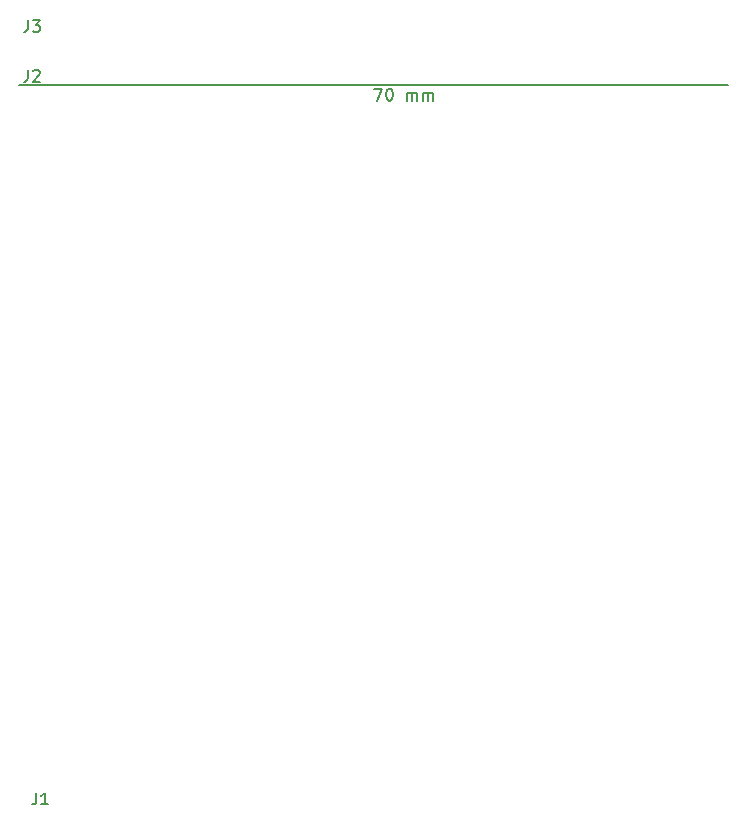
<source format=gto>
G04 #@! TF.GenerationSoftware,KiCad,Pcbnew,5.1.10*
G04 #@! TF.CreationDate,2021-06-22T10:21:35-06:00*
G04 #@! TF.ProjectId,dev_cart_pcb,6465765f-6361-4727-945f-7063622e6b69,rev?*
G04 #@! TF.SameCoordinates,Original*
G04 #@! TF.FileFunction,Legend,Top*
G04 #@! TF.FilePolarity,Positive*
%FSLAX46Y46*%
G04 Gerber Fmt 4.6, Leading zero omitted, Abs format (unit mm)*
G04 Created by KiCad (PCBNEW 5.1.10) date 2021-06-22 10:21:35*
%MOMM*%
%LPD*%
G01*
G04 APERTURE LIST*
%ADD10C,0.200000*%
%ADD11C,0.150000*%
%ADD12C,0.100000*%
%ADD13C,1.524000*%
G04 APERTURE END LIST*
D10*
X72600000Y-51300000D02*
X132600000Y-51300000D01*
D11*
X102676190Y-51652380D02*
X103342857Y-51652380D01*
X102914285Y-52652380D01*
X103914285Y-51652380D02*
X104009523Y-51652380D01*
X104104761Y-51700000D01*
X104152380Y-51747619D01*
X104200000Y-51842857D01*
X104247619Y-52033333D01*
X104247619Y-52271428D01*
X104200000Y-52461904D01*
X104152380Y-52557142D01*
X104104761Y-52604761D01*
X104009523Y-52652380D01*
X103914285Y-52652380D01*
X103819047Y-52604761D01*
X103771428Y-52557142D01*
X103723809Y-52461904D01*
X103676190Y-52271428D01*
X103676190Y-52033333D01*
X103723809Y-51842857D01*
X103771428Y-51747619D01*
X103819047Y-51700000D01*
X103914285Y-51652380D01*
X105438095Y-52652380D02*
X105438095Y-51985714D01*
X105438095Y-52080952D02*
X105485714Y-52033333D01*
X105580952Y-51985714D01*
X105723809Y-51985714D01*
X105819047Y-52033333D01*
X105866666Y-52128571D01*
X105866666Y-52652380D01*
X105866666Y-52128571D02*
X105914285Y-52033333D01*
X106009523Y-51985714D01*
X106152380Y-51985714D01*
X106247619Y-52033333D01*
X106295238Y-52128571D01*
X106295238Y-52652380D01*
X106771428Y-52652380D02*
X106771428Y-51985714D01*
X106771428Y-52080952D02*
X106819047Y-52033333D01*
X106914285Y-51985714D01*
X107057142Y-51985714D01*
X107152380Y-52033333D01*
X107200000Y-52128571D01*
X107200000Y-52652380D01*
X107200000Y-52128571D02*
X107247619Y-52033333D01*
X107342857Y-51985714D01*
X107485714Y-51985714D01*
X107580952Y-52033333D01*
X107628571Y-52128571D01*
X107628571Y-52652380D01*
X74066666Y-111252380D02*
X74066666Y-111966666D01*
X74019047Y-112109523D01*
X73923809Y-112204761D01*
X73780952Y-112252380D01*
X73685714Y-112252380D01*
X75066666Y-112252380D02*
X74495238Y-112252380D01*
X74780952Y-112252380D02*
X74780952Y-111252380D01*
X74685714Y-111395238D01*
X74590476Y-111490476D01*
X74495238Y-111538095D01*
D10*
X73366666Y-45852380D02*
X73366666Y-46566666D01*
X73319047Y-46709523D01*
X73223809Y-46804761D01*
X73080952Y-46852380D01*
X72985714Y-46852380D01*
X73747619Y-45852380D02*
X74366666Y-45852380D01*
X74033333Y-46233333D01*
X74176190Y-46233333D01*
X74271428Y-46280952D01*
X74319047Y-46328571D01*
X74366666Y-46423809D01*
X74366666Y-46661904D01*
X74319047Y-46757142D01*
X74271428Y-46804761D01*
X74176190Y-46852380D01*
X73890476Y-46852380D01*
X73795238Y-46804761D01*
X73747619Y-46757142D01*
X73366666Y-50052380D02*
X73366666Y-50766666D01*
X73319047Y-50909523D01*
X73223809Y-51004761D01*
X73080952Y-51052380D01*
X72985714Y-51052380D01*
X73795238Y-50147619D02*
X73842857Y-50100000D01*
X73938095Y-50052380D01*
X74176190Y-50052380D01*
X74271428Y-50100000D01*
X74319047Y-50147619D01*
X74366666Y-50242857D01*
X74366666Y-50338095D01*
X74319047Y-50480952D01*
X73747619Y-51052380D01*
X74366666Y-51052380D01*
%LPC*%
D12*
G36*
X92059755Y-111498961D02*
G01*
X92069134Y-111501806D01*
X92077779Y-111506427D01*
X92085355Y-111512645D01*
X92091573Y-111520221D01*
X92096194Y-111528866D01*
X92099039Y-111538245D01*
X92100000Y-111548000D01*
X92100000Y-115448000D01*
X92099039Y-115457755D01*
X92096194Y-115467134D01*
X92091573Y-115475779D01*
X92085355Y-115483355D01*
X92077779Y-115489573D01*
X92069134Y-115494194D01*
X92059755Y-115497039D01*
X92050000Y-115498000D01*
X90650000Y-115498000D01*
X90640245Y-115497039D01*
X90630866Y-115494194D01*
X90622221Y-115489573D01*
X90614645Y-115483355D01*
X90608427Y-115475779D01*
X90603806Y-115467134D01*
X90600961Y-115457755D01*
X90600000Y-115448000D01*
X90600000Y-111548000D01*
X90600961Y-111538245D01*
X90603806Y-111528866D01*
X90608427Y-111520221D01*
X90614645Y-111512645D01*
X90622221Y-111506427D01*
X90630866Y-111501806D01*
X90640245Y-111498961D01*
X90650000Y-111498000D01*
X92050000Y-111498000D01*
X92059755Y-111498961D01*
G37*
G36*
X79559755Y-111498961D02*
G01*
X79569134Y-111501806D01*
X79577779Y-111506427D01*
X79585355Y-111512645D01*
X79591573Y-111520221D01*
X79596194Y-111528866D01*
X79599039Y-111538245D01*
X79600000Y-111548000D01*
X79600000Y-115448000D01*
X79599039Y-115457755D01*
X79596194Y-115467134D01*
X79591573Y-115475779D01*
X79585355Y-115483355D01*
X79577779Y-115489573D01*
X79569134Y-115494194D01*
X79559755Y-115497039D01*
X79550000Y-115498000D01*
X78150000Y-115498000D01*
X78140245Y-115497039D01*
X78130866Y-115494194D01*
X78122221Y-115489573D01*
X78114645Y-115483355D01*
X78108427Y-115475779D01*
X78103806Y-115467134D01*
X78100961Y-115457755D01*
X78100000Y-115448000D01*
X78100000Y-111548000D01*
X78100961Y-111538245D01*
X78103806Y-111528866D01*
X78108427Y-111520221D01*
X78114645Y-111512645D01*
X78122221Y-111506427D01*
X78130866Y-111501806D01*
X78140245Y-111498961D01*
X78150000Y-111498000D01*
X79550000Y-111498000D01*
X79559755Y-111498961D01*
G37*
G36*
X99559755Y-111498961D02*
G01*
X99569134Y-111501806D01*
X99577779Y-111506427D01*
X99585355Y-111512645D01*
X99591573Y-111520221D01*
X99596194Y-111528866D01*
X99599039Y-111538245D01*
X99600000Y-111548000D01*
X99600000Y-115448000D01*
X99599039Y-115457755D01*
X99596194Y-115467134D01*
X99591573Y-115475779D01*
X99585355Y-115483355D01*
X99577779Y-115489573D01*
X99569134Y-115494194D01*
X99559755Y-115497039D01*
X99550000Y-115498000D01*
X98150000Y-115498000D01*
X98140245Y-115497039D01*
X98130866Y-115494194D01*
X98122221Y-115489573D01*
X98114645Y-115483355D01*
X98108427Y-115475779D01*
X98103806Y-115467134D01*
X98100961Y-115457755D01*
X98100000Y-115448000D01*
X98100000Y-111548000D01*
X98100961Y-111538245D01*
X98103806Y-111528866D01*
X98108427Y-111520221D01*
X98114645Y-111512645D01*
X98122221Y-111506427D01*
X98130866Y-111501806D01*
X98140245Y-111498961D01*
X98150000Y-111498000D01*
X99550000Y-111498000D01*
X99559755Y-111498961D01*
G37*
G36*
X119559755Y-111498961D02*
G01*
X119569134Y-111501806D01*
X119577779Y-111506427D01*
X119585355Y-111512645D01*
X119591573Y-111520221D01*
X119596194Y-111528866D01*
X119599039Y-111538245D01*
X119600000Y-111548000D01*
X119600000Y-115448000D01*
X119599039Y-115457755D01*
X119596194Y-115467134D01*
X119591573Y-115475779D01*
X119585355Y-115483355D01*
X119577779Y-115489573D01*
X119569134Y-115494194D01*
X119559755Y-115497039D01*
X119550000Y-115498000D01*
X118150000Y-115498000D01*
X118140245Y-115497039D01*
X118130866Y-115494194D01*
X118122221Y-115489573D01*
X118114645Y-115483355D01*
X118108427Y-115475779D01*
X118103806Y-115467134D01*
X118100961Y-115457755D01*
X118100000Y-115448000D01*
X118100000Y-111548000D01*
X118100961Y-111538245D01*
X118103806Y-111528866D01*
X118108427Y-111520221D01*
X118114645Y-111512645D01*
X118122221Y-111506427D01*
X118130866Y-111501806D01*
X118140245Y-111498961D01*
X118150000Y-111498000D01*
X119550000Y-111498000D01*
X119559755Y-111498961D01*
G37*
G36*
X122059755Y-111498961D02*
G01*
X122069134Y-111501806D01*
X122077779Y-111506427D01*
X122085355Y-111512645D01*
X122091573Y-111520221D01*
X122096194Y-111528866D01*
X122099039Y-111538245D01*
X122100000Y-111548000D01*
X122100000Y-115448000D01*
X122099039Y-115457755D01*
X122096194Y-115467134D01*
X122091573Y-115475779D01*
X122085355Y-115483355D01*
X122077779Y-115489573D01*
X122069134Y-115494194D01*
X122059755Y-115497039D01*
X122050000Y-115498000D01*
X120650000Y-115498000D01*
X120640245Y-115497039D01*
X120630866Y-115494194D01*
X120622221Y-115489573D01*
X120614645Y-115483355D01*
X120608427Y-115475779D01*
X120603806Y-115467134D01*
X120600961Y-115457755D01*
X120600000Y-115448000D01*
X120600000Y-111548000D01*
X120600961Y-111538245D01*
X120603806Y-111528866D01*
X120608427Y-111520221D01*
X120614645Y-111512645D01*
X120622221Y-111506427D01*
X120630866Y-111501806D01*
X120640245Y-111498961D01*
X120650000Y-111498000D01*
X122050000Y-111498000D01*
X122059755Y-111498961D01*
G37*
G36*
X94559755Y-111498961D02*
G01*
X94569134Y-111501806D01*
X94577779Y-111506427D01*
X94585355Y-111512645D01*
X94591573Y-111520221D01*
X94596194Y-111528866D01*
X94599039Y-111538245D01*
X94600000Y-111548000D01*
X94600000Y-115448000D01*
X94599039Y-115457755D01*
X94596194Y-115467134D01*
X94591573Y-115475779D01*
X94585355Y-115483355D01*
X94577779Y-115489573D01*
X94569134Y-115494194D01*
X94559755Y-115497039D01*
X94550000Y-115498000D01*
X93150000Y-115498000D01*
X93140245Y-115497039D01*
X93130866Y-115494194D01*
X93122221Y-115489573D01*
X93114645Y-115483355D01*
X93108427Y-115475779D01*
X93103806Y-115467134D01*
X93100961Y-115457755D01*
X93100000Y-115448000D01*
X93100000Y-111548000D01*
X93100961Y-111538245D01*
X93103806Y-111528866D01*
X93108427Y-111520221D01*
X93114645Y-111512645D01*
X93122221Y-111506427D01*
X93130866Y-111501806D01*
X93140245Y-111498961D01*
X93150000Y-111498000D01*
X94550000Y-111498000D01*
X94559755Y-111498961D01*
G37*
G36*
X114559755Y-111498961D02*
G01*
X114569134Y-111501806D01*
X114577779Y-111506427D01*
X114585355Y-111512645D01*
X114591573Y-111520221D01*
X114596194Y-111528866D01*
X114599039Y-111538245D01*
X114600000Y-111548000D01*
X114600000Y-115448000D01*
X114599039Y-115457755D01*
X114596194Y-115467134D01*
X114591573Y-115475779D01*
X114585355Y-115483355D01*
X114577779Y-115489573D01*
X114569134Y-115494194D01*
X114559755Y-115497039D01*
X114550000Y-115498000D01*
X113150000Y-115498000D01*
X113140245Y-115497039D01*
X113130866Y-115494194D01*
X113122221Y-115489573D01*
X113114645Y-115483355D01*
X113108427Y-115475779D01*
X113103806Y-115467134D01*
X113100961Y-115457755D01*
X113100000Y-115448000D01*
X113100000Y-111548000D01*
X113100961Y-111538245D01*
X113103806Y-111528866D01*
X113108427Y-111520221D01*
X113114645Y-111512645D01*
X113122221Y-111506427D01*
X113130866Y-111501806D01*
X113140245Y-111498961D01*
X113150000Y-111498000D01*
X114550000Y-111498000D01*
X114559755Y-111498961D01*
G37*
G36*
X117059755Y-111498961D02*
G01*
X117069134Y-111501806D01*
X117077779Y-111506427D01*
X117085355Y-111512645D01*
X117091573Y-111520221D01*
X117096194Y-111528866D01*
X117099039Y-111538245D01*
X117100000Y-111548000D01*
X117100000Y-115448000D01*
X117099039Y-115457755D01*
X117096194Y-115467134D01*
X117091573Y-115475779D01*
X117085355Y-115483355D01*
X117077779Y-115489573D01*
X117069134Y-115494194D01*
X117059755Y-115497039D01*
X117050000Y-115498000D01*
X115650000Y-115498000D01*
X115640245Y-115497039D01*
X115630866Y-115494194D01*
X115622221Y-115489573D01*
X115614645Y-115483355D01*
X115608427Y-115475779D01*
X115603806Y-115467134D01*
X115600961Y-115457755D01*
X115600000Y-115448000D01*
X115600000Y-111548000D01*
X115600961Y-111538245D01*
X115603806Y-111528866D01*
X115608427Y-111520221D01*
X115614645Y-111512645D01*
X115622221Y-111506427D01*
X115630866Y-111501806D01*
X115640245Y-111498961D01*
X115650000Y-111498000D01*
X117050000Y-111498000D01*
X117059755Y-111498961D01*
G37*
G36*
X89559755Y-111498961D02*
G01*
X89569134Y-111501806D01*
X89577779Y-111506427D01*
X89585355Y-111512645D01*
X89591573Y-111520221D01*
X89596194Y-111528866D01*
X89599039Y-111538245D01*
X89600000Y-111548000D01*
X89600000Y-115448000D01*
X89599039Y-115457755D01*
X89596194Y-115467134D01*
X89591573Y-115475779D01*
X89585355Y-115483355D01*
X89577779Y-115489573D01*
X89569134Y-115494194D01*
X89559755Y-115497039D01*
X89550000Y-115498000D01*
X88150000Y-115498000D01*
X88140245Y-115497039D01*
X88130866Y-115494194D01*
X88122221Y-115489573D01*
X88114645Y-115483355D01*
X88108427Y-115475779D01*
X88103806Y-115467134D01*
X88100961Y-115457755D01*
X88100000Y-115448000D01*
X88100000Y-111548000D01*
X88100961Y-111538245D01*
X88103806Y-111528866D01*
X88108427Y-111520221D01*
X88114645Y-111512645D01*
X88122221Y-111506427D01*
X88130866Y-111501806D01*
X88140245Y-111498961D01*
X88150000Y-111498000D01*
X89550000Y-111498000D01*
X89559755Y-111498961D01*
G37*
G36*
X124559755Y-111498961D02*
G01*
X124569134Y-111501806D01*
X124577779Y-111506427D01*
X124585355Y-111512645D01*
X124591573Y-111520221D01*
X124596194Y-111528866D01*
X124599039Y-111538245D01*
X124600000Y-111548000D01*
X124600000Y-115448000D01*
X124599039Y-115457755D01*
X124596194Y-115467134D01*
X124591573Y-115475779D01*
X124585355Y-115483355D01*
X124577779Y-115489573D01*
X124569134Y-115494194D01*
X124559755Y-115497039D01*
X124550000Y-115498000D01*
X123150000Y-115498000D01*
X123140245Y-115497039D01*
X123130866Y-115494194D01*
X123122221Y-115489573D01*
X123114645Y-115483355D01*
X123108427Y-115475779D01*
X123103806Y-115467134D01*
X123100961Y-115457755D01*
X123100000Y-115448000D01*
X123100000Y-111548000D01*
X123100961Y-111538245D01*
X123103806Y-111528866D01*
X123108427Y-111520221D01*
X123114645Y-111512645D01*
X123122221Y-111506427D01*
X123130866Y-111501806D01*
X123140245Y-111498961D01*
X123150000Y-111498000D01*
X124550000Y-111498000D01*
X124559755Y-111498961D01*
G37*
G36*
X127059755Y-111498961D02*
G01*
X127069134Y-111501806D01*
X127077779Y-111506427D01*
X127085355Y-111512645D01*
X127091573Y-111520221D01*
X127096194Y-111528866D01*
X127099039Y-111538245D01*
X127100000Y-111548000D01*
X127100000Y-115448000D01*
X127099039Y-115457755D01*
X127096194Y-115467134D01*
X127091573Y-115475779D01*
X127085355Y-115483355D01*
X127077779Y-115489573D01*
X127069134Y-115494194D01*
X127059755Y-115497039D01*
X127050000Y-115498000D01*
X125650000Y-115498000D01*
X125640245Y-115497039D01*
X125630866Y-115494194D01*
X125622221Y-115489573D01*
X125614645Y-115483355D01*
X125608427Y-115475779D01*
X125603806Y-115467134D01*
X125600961Y-115457755D01*
X125600000Y-115448000D01*
X125600000Y-111548000D01*
X125600961Y-111538245D01*
X125603806Y-111528866D01*
X125608427Y-111520221D01*
X125614645Y-111512645D01*
X125622221Y-111506427D01*
X125630866Y-111501806D01*
X125640245Y-111498961D01*
X125650000Y-111498000D01*
X127050000Y-111498000D01*
X127059755Y-111498961D01*
G37*
G36*
X109559755Y-111498961D02*
G01*
X109569134Y-111501806D01*
X109577779Y-111506427D01*
X109585355Y-111512645D01*
X109591573Y-111520221D01*
X109596194Y-111528866D01*
X109599039Y-111538245D01*
X109600000Y-111548000D01*
X109600000Y-115448000D01*
X109599039Y-115457755D01*
X109596194Y-115467134D01*
X109591573Y-115475779D01*
X109585355Y-115483355D01*
X109577779Y-115489573D01*
X109569134Y-115494194D01*
X109559755Y-115497039D01*
X109550000Y-115498000D01*
X108150000Y-115498000D01*
X108140245Y-115497039D01*
X108130866Y-115494194D01*
X108122221Y-115489573D01*
X108114645Y-115483355D01*
X108108427Y-115475779D01*
X108103806Y-115467134D01*
X108100961Y-115457755D01*
X108100000Y-115448000D01*
X108100000Y-111548000D01*
X108100961Y-111538245D01*
X108103806Y-111528866D01*
X108108427Y-111520221D01*
X108114645Y-111512645D01*
X108122221Y-111506427D01*
X108130866Y-111501806D01*
X108140245Y-111498961D01*
X108150000Y-111498000D01*
X109550000Y-111498000D01*
X109559755Y-111498961D01*
G37*
G36*
X112059755Y-111498961D02*
G01*
X112069134Y-111501806D01*
X112077779Y-111506427D01*
X112085355Y-111512645D01*
X112091573Y-111520221D01*
X112096194Y-111528866D01*
X112099039Y-111538245D01*
X112100000Y-111548000D01*
X112100000Y-115448000D01*
X112099039Y-115457755D01*
X112096194Y-115467134D01*
X112091573Y-115475779D01*
X112085355Y-115483355D01*
X112077779Y-115489573D01*
X112069134Y-115494194D01*
X112059755Y-115497039D01*
X112050000Y-115498000D01*
X110650000Y-115498000D01*
X110640245Y-115497039D01*
X110630866Y-115494194D01*
X110622221Y-115489573D01*
X110614645Y-115483355D01*
X110608427Y-115475779D01*
X110603806Y-115467134D01*
X110600961Y-115457755D01*
X110600000Y-115448000D01*
X110600000Y-111548000D01*
X110600961Y-111538245D01*
X110603806Y-111528866D01*
X110608427Y-111520221D01*
X110614645Y-111512645D01*
X110622221Y-111506427D01*
X110630866Y-111501806D01*
X110640245Y-111498961D01*
X110650000Y-111498000D01*
X112050000Y-111498000D01*
X112059755Y-111498961D01*
G37*
G36*
X87059755Y-111498961D02*
G01*
X87069134Y-111501806D01*
X87077779Y-111506427D01*
X87085355Y-111512645D01*
X87091573Y-111520221D01*
X87096194Y-111528866D01*
X87099039Y-111538245D01*
X87100000Y-111548000D01*
X87100000Y-115448000D01*
X87099039Y-115457755D01*
X87096194Y-115467134D01*
X87091573Y-115475779D01*
X87085355Y-115483355D01*
X87077779Y-115489573D01*
X87069134Y-115494194D01*
X87059755Y-115497039D01*
X87050000Y-115498000D01*
X85650000Y-115498000D01*
X85640245Y-115497039D01*
X85630866Y-115494194D01*
X85622221Y-115489573D01*
X85614645Y-115483355D01*
X85608427Y-115475779D01*
X85603806Y-115467134D01*
X85600961Y-115457755D01*
X85600000Y-115448000D01*
X85600000Y-111548000D01*
X85600961Y-111538245D01*
X85603806Y-111528866D01*
X85608427Y-111520221D01*
X85614645Y-111512645D01*
X85622221Y-111506427D01*
X85630866Y-111501806D01*
X85640245Y-111498961D01*
X85650000Y-111498000D01*
X87050000Y-111498000D01*
X87059755Y-111498961D01*
G37*
G36*
X104559755Y-111498961D02*
G01*
X104569134Y-111501806D01*
X104577779Y-111506427D01*
X104585355Y-111512645D01*
X104591573Y-111520221D01*
X104596194Y-111528866D01*
X104599039Y-111538245D01*
X104600000Y-111548000D01*
X104600000Y-115448000D01*
X104599039Y-115457755D01*
X104596194Y-115467134D01*
X104591573Y-115475779D01*
X104585355Y-115483355D01*
X104577779Y-115489573D01*
X104569134Y-115494194D01*
X104559755Y-115497039D01*
X104550000Y-115498000D01*
X103150000Y-115498000D01*
X103140245Y-115497039D01*
X103130866Y-115494194D01*
X103122221Y-115489573D01*
X103114645Y-115483355D01*
X103108427Y-115475779D01*
X103103806Y-115467134D01*
X103100961Y-115457755D01*
X103100000Y-115448000D01*
X103100000Y-111548000D01*
X103100961Y-111538245D01*
X103103806Y-111528866D01*
X103108427Y-111520221D01*
X103114645Y-111512645D01*
X103122221Y-111506427D01*
X103130866Y-111501806D01*
X103140245Y-111498961D01*
X103150000Y-111498000D01*
X104550000Y-111498000D01*
X104559755Y-111498961D01*
G37*
G36*
X107059755Y-111498961D02*
G01*
X107069134Y-111501806D01*
X107077779Y-111506427D01*
X107085355Y-111512645D01*
X107091573Y-111520221D01*
X107096194Y-111528866D01*
X107099039Y-111538245D01*
X107100000Y-111548000D01*
X107100000Y-115448000D01*
X107099039Y-115457755D01*
X107096194Y-115467134D01*
X107091573Y-115475779D01*
X107085355Y-115483355D01*
X107077779Y-115489573D01*
X107069134Y-115494194D01*
X107059755Y-115497039D01*
X107050000Y-115498000D01*
X105650000Y-115498000D01*
X105640245Y-115497039D01*
X105630866Y-115494194D01*
X105622221Y-115489573D01*
X105614645Y-115483355D01*
X105608427Y-115475779D01*
X105603806Y-115467134D01*
X105600961Y-115457755D01*
X105600000Y-115448000D01*
X105600000Y-111548000D01*
X105600961Y-111538245D01*
X105603806Y-111528866D01*
X105608427Y-111520221D01*
X105614645Y-111512645D01*
X105622221Y-111506427D01*
X105630866Y-111501806D01*
X105640245Y-111498961D01*
X105650000Y-111498000D01*
X107050000Y-111498000D01*
X107059755Y-111498961D01*
G37*
G36*
X97059755Y-111498961D02*
G01*
X97069134Y-111501806D01*
X97077779Y-111506427D01*
X97085355Y-111512645D01*
X97091573Y-111520221D01*
X97096194Y-111528866D01*
X97099039Y-111538245D01*
X97100000Y-111548000D01*
X97100000Y-115448000D01*
X97099039Y-115457755D01*
X97096194Y-115467134D01*
X97091573Y-115475779D01*
X97085355Y-115483355D01*
X97077779Y-115489573D01*
X97069134Y-115494194D01*
X97059755Y-115497039D01*
X97050000Y-115498000D01*
X95650000Y-115498000D01*
X95640245Y-115497039D01*
X95630866Y-115494194D01*
X95622221Y-115489573D01*
X95614645Y-115483355D01*
X95608427Y-115475779D01*
X95603806Y-115467134D01*
X95600961Y-115457755D01*
X95600000Y-115448000D01*
X95600000Y-111548000D01*
X95600961Y-111538245D01*
X95603806Y-111528866D01*
X95608427Y-111520221D01*
X95614645Y-111512645D01*
X95622221Y-111506427D01*
X95630866Y-111501806D01*
X95640245Y-111498961D01*
X95650000Y-111498000D01*
X97050000Y-111498000D01*
X97059755Y-111498961D01*
G37*
G36*
X129559755Y-111498961D02*
G01*
X129569134Y-111501806D01*
X129577779Y-111506427D01*
X129585355Y-111512645D01*
X129591573Y-111520221D01*
X129596194Y-111528866D01*
X129599039Y-111538245D01*
X129600000Y-111548000D01*
X129600000Y-115448000D01*
X129599039Y-115457755D01*
X129596194Y-115467134D01*
X129591573Y-115475779D01*
X129585355Y-115483355D01*
X129577779Y-115489573D01*
X129569134Y-115494194D01*
X129559755Y-115497039D01*
X129550000Y-115498000D01*
X128150000Y-115498000D01*
X128140245Y-115497039D01*
X128130866Y-115494194D01*
X128122221Y-115489573D01*
X128114645Y-115483355D01*
X128108427Y-115475779D01*
X128103806Y-115467134D01*
X128100961Y-115457755D01*
X128100000Y-115448000D01*
X128100000Y-111548000D01*
X128100961Y-111538245D01*
X128103806Y-111528866D01*
X128108427Y-111520221D01*
X128114645Y-111512645D01*
X128122221Y-111506427D01*
X128130866Y-111501806D01*
X128140245Y-111498961D01*
X128150000Y-111498000D01*
X129550000Y-111498000D01*
X129559755Y-111498961D01*
G37*
G36*
X77059755Y-111498961D02*
G01*
X77069134Y-111501806D01*
X77077779Y-111506427D01*
X77085355Y-111512645D01*
X77091573Y-111520221D01*
X77096194Y-111528866D01*
X77099039Y-111538245D01*
X77100000Y-111548000D01*
X77100000Y-115448000D01*
X77099039Y-115457755D01*
X77096194Y-115467134D01*
X77091573Y-115475779D01*
X77085355Y-115483355D01*
X77077779Y-115489573D01*
X77069134Y-115494194D01*
X77059755Y-115497039D01*
X77050000Y-115498000D01*
X75650000Y-115498000D01*
X75640245Y-115497039D01*
X75630866Y-115494194D01*
X75622221Y-115489573D01*
X75614645Y-115483355D01*
X75608427Y-115475779D01*
X75603806Y-115467134D01*
X75600961Y-115457755D01*
X75600000Y-115448000D01*
X75600000Y-111548000D01*
X75600961Y-111538245D01*
X75603806Y-111528866D01*
X75608427Y-111520221D01*
X75614645Y-111512645D01*
X75622221Y-111506427D01*
X75630866Y-111501806D01*
X75640245Y-111498961D01*
X75650000Y-111498000D01*
X77050000Y-111498000D01*
X77059755Y-111498961D01*
G37*
G36*
X102059755Y-111498961D02*
G01*
X102069134Y-111501806D01*
X102077779Y-111506427D01*
X102085355Y-111512645D01*
X102091573Y-111520221D01*
X102096194Y-111528866D01*
X102099039Y-111538245D01*
X102100000Y-111548000D01*
X102100000Y-115448000D01*
X102099039Y-115457755D01*
X102096194Y-115467134D01*
X102091573Y-115475779D01*
X102085355Y-115483355D01*
X102077779Y-115489573D01*
X102069134Y-115494194D01*
X102059755Y-115497039D01*
X102050000Y-115498000D01*
X100650000Y-115498000D01*
X100640245Y-115497039D01*
X100630866Y-115494194D01*
X100622221Y-115489573D01*
X100614645Y-115483355D01*
X100608427Y-115475779D01*
X100603806Y-115467134D01*
X100600961Y-115457755D01*
X100600000Y-115448000D01*
X100600000Y-111548000D01*
X100600961Y-111538245D01*
X100603806Y-111528866D01*
X100608427Y-111520221D01*
X100614645Y-111512645D01*
X100622221Y-111506427D01*
X100630866Y-111501806D01*
X100640245Y-111498961D01*
X100650000Y-111498000D01*
X102050000Y-111498000D01*
X102059755Y-111498961D01*
G37*
G36*
X84559755Y-111498961D02*
G01*
X84569134Y-111501806D01*
X84577779Y-111506427D01*
X84585355Y-111512645D01*
X84591573Y-111520221D01*
X84596194Y-111528866D01*
X84599039Y-111538245D01*
X84600000Y-111548000D01*
X84600000Y-115448000D01*
X84599039Y-115457755D01*
X84596194Y-115467134D01*
X84591573Y-115475779D01*
X84585355Y-115483355D01*
X84577779Y-115489573D01*
X84569134Y-115494194D01*
X84559755Y-115497039D01*
X84550000Y-115498000D01*
X83150000Y-115498000D01*
X83140245Y-115497039D01*
X83130866Y-115494194D01*
X83122221Y-115489573D01*
X83114645Y-115483355D01*
X83108427Y-115475779D01*
X83103806Y-115467134D01*
X83100961Y-115457755D01*
X83100000Y-115448000D01*
X83100000Y-111548000D01*
X83100961Y-111538245D01*
X83103806Y-111528866D01*
X83108427Y-111520221D01*
X83114645Y-111512645D01*
X83122221Y-111506427D01*
X83130866Y-111501806D01*
X83140245Y-111498961D01*
X83150000Y-111498000D01*
X84550000Y-111498000D01*
X84559755Y-111498961D01*
G37*
G36*
X82059755Y-111498961D02*
G01*
X82069134Y-111501806D01*
X82077779Y-111506427D01*
X82085355Y-111512645D01*
X82091573Y-111520221D01*
X82096194Y-111528866D01*
X82099039Y-111538245D01*
X82100000Y-111548000D01*
X82100000Y-115448000D01*
X82099039Y-115457755D01*
X82096194Y-115467134D01*
X82091573Y-115475779D01*
X82085355Y-115483355D01*
X82077779Y-115489573D01*
X82069134Y-115494194D01*
X82059755Y-115497039D01*
X82050000Y-115498000D01*
X80650000Y-115498000D01*
X80640245Y-115497039D01*
X80630866Y-115494194D01*
X80622221Y-115489573D01*
X80614645Y-115483355D01*
X80608427Y-115475779D01*
X80603806Y-115467134D01*
X80600961Y-115457755D01*
X80600000Y-115448000D01*
X80600000Y-111548000D01*
X80600961Y-111538245D01*
X80603806Y-111528866D01*
X80608427Y-111520221D01*
X80614645Y-111512645D01*
X80622221Y-111506427D01*
X80630866Y-111501806D01*
X80640245Y-111498961D01*
X80650000Y-111498000D01*
X82050000Y-111498000D01*
X82059755Y-111498961D01*
G37*
G36*
X130809755Y-116600961D02*
G01*
X130819134Y-116603806D01*
X130827779Y-116608427D01*
X130835355Y-116614645D01*
X130841573Y-116622221D01*
X130846194Y-116630866D01*
X130849039Y-116640245D01*
X130850000Y-116650000D01*
X130850000Y-120550000D01*
X130849039Y-120559755D01*
X130846194Y-120569134D01*
X130841573Y-120577779D01*
X130835355Y-120585355D01*
X130827779Y-120591573D01*
X130819134Y-120596194D01*
X130809755Y-120599039D01*
X130800000Y-120600000D01*
X129400000Y-120600000D01*
X129390245Y-120599039D01*
X129380866Y-120596194D01*
X129372221Y-120591573D01*
X129364645Y-120585355D01*
X129358427Y-120577779D01*
X129353806Y-120569134D01*
X129350961Y-120559755D01*
X129350000Y-120550000D01*
X129350000Y-116650000D01*
X129350961Y-116640245D01*
X129353806Y-116630866D01*
X129358427Y-116622221D01*
X129364645Y-116614645D01*
X129372221Y-116608427D01*
X129380866Y-116603806D01*
X129390245Y-116600961D01*
X129400000Y-116600000D01*
X130800000Y-116600000D01*
X130809755Y-116600961D01*
G37*
G36*
X123309755Y-116600961D02*
G01*
X123319134Y-116603806D01*
X123327779Y-116608427D01*
X123335355Y-116614645D01*
X123341573Y-116622221D01*
X123346194Y-116630866D01*
X123349039Y-116640245D01*
X123350000Y-116650000D01*
X123350000Y-120550000D01*
X123349039Y-120559755D01*
X123346194Y-120569134D01*
X123341573Y-120577779D01*
X123335355Y-120585355D01*
X123327779Y-120591573D01*
X123319134Y-120596194D01*
X123309755Y-120599039D01*
X123300000Y-120600000D01*
X121900000Y-120600000D01*
X121890245Y-120599039D01*
X121880866Y-120596194D01*
X121872221Y-120591573D01*
X121864645Y-120585355D01*
X121858427Y-120577779D01*
X121853806Y-120569134D01*
X121850961Y-120559755D01*
X121850000Y-120550000D01*
X121850000Y-116650000D01*
X121850961Y-116640245D01*
X121853806Y-116630866D01*
X121858427Y-116622221D01*
X121864645Y-116614645D01*
X121872221Y-116608427D01*
X121880866Y-116603806D01*
X121890245Y-116600961D01*
X121900000Y-116600000D01*
X123300000Y-116600000D01*
X123309755Y-116600961D01*
G37*
G36*
X115809755Y-116600961D02*
G01*
X115819134Y-116603806D01*
X115827779Y-116608427D01*
X115835355Y-116614645D01*
X115841573Y-116622221D01*
X115846194Y-116630866D01*
X115849039Y-116640245D01*
X115850000Y-116650000D01*
X115850000Y-120550000D01*
X115849039Y-120559755D01*
X115846194Y-120569134D01*
X115841573Y-120577779D01*
X115835355Y-120585355D01*
X115827779Y-120591573D01*
X115819134Y-120596194D01*
X115809755Y-120599039D01*
X115800000Y-120600000D01*
X114400000Y-120600000D01*
X114390245Y-120599039D01*
X114380866Y-120596194D01*
X114372221Y-120591573D01*
X114364645Y-120585355D01*
X114358427Y-120577779D01*
X114353806Y-120569134D01*
X114350961Y-120559755D01*
X114350000Y-120550000D01*
X114350000Y-116650000D01*
X114350961Y-116640245D01*
X114353806Y-116630866D01*
X114358427Y-116622221D01*
X114364645Y-116614645D01*
X114372221Y-116608427D01*
X114380866Y-116603806D01*
X114390245Y-116600961D01*
X114400000Y-116600000D01*
X115800000Y-116600000D01*
X115809755Y-116600961D01*
G37*
G36*
X118309755Y-116600961D02*
G01*
X118319134Y-116603806D01*
X118327779Y-116608427D01*
X118335355Y-116614645D01*
X118341573Y-116622221D01*
X118346194Y-116630866D01*
X118349039Y-116640245D01*
X118350000Y-116650000D01*
X118350000Y-120550000D01*
X118349039Y-120559755D01*
X118346194Y-120569134D01*
X118341573Y-120577779D01*
X118335355Y-120585355D01*
X118327779Y-120591573D01*
X118319134Y-120596194D01*
X118309755Y-120599039D01*
X118300000Y-120600000D01*
X116900000Y-120600000D01*
X116890245Y-120599039D01*
X116880866Y-120596194D01*
X116872221Y-120591573D01*
X116864645Y-120585355D01*
X116858427Y-120577779D01*
X116853806Y-120569134D01*
X116850961Y-120559755D01*
X116850000Y-120550000D01*
X116850000Y-116650000D01*
X116850961Y-116640245D01*
X116853806Y-116630866D01*
X116858427Y-116622221D01*
X116864645Y-116614645D01*
X116872221Y-116608427D01*
X116880866Y-116603806D01*
X116890245Y-116600961D01*
X116900000Y-116600000D01*
X118300000Y-116600000D01*
X118309755Y-116600961D01*
G37*
G36*
X90809755Y-116600961D02*
G01*
X90819134Y-116603806D01*
X90827779Y-116608427D01*
X90835355Y-116614645D01*
X90841573Y-116622221D01*
X90846194Y-116630866D01*
X90849039Y-116640245D01*
X90850000Y-116650000D01*
X90850000Y-120550000D01*
X90849039Y-120559755D01*
X90846194Y-120569134D01*
X90841573Y-120577779D01*
X90835355Y-120585355D01*
X90827779Y-120591573D01*
X90819134Y-120596194D01*
X90809755Y-120599039D01*
X90800000Y-120600000D01*
X89400000Y-120600000D01*
X89390245Y-120599039D01*
X89380866Y-120596194D01*
X89372221Y-120591573D01*
X89364645Y-120585355D01*
X89358427Y-120577779D01*
X89353806Y-120569134D01*
X89350961Y-120559755D01*
X89350000Y-120550000D01*
X89350000Y-116650000D01*
X89350961Y-116640245D01*
X89353806Y-116630866D01*
X89358427Y-116622221D01*
X89364645Y-116614645D01*
X89372221Y-116608427D01*
X89380866Y-116603806D01*
X89390245Y-116600961D01*
X89400000Y-116600000D01*
X90800000Y-116600000D01*
X90809755Y-116600961D01*
G37*
G36*
X128309755Y-116600961D02*
G01*
X128319134Y-116603806D01*
X128327779Y-116608427D01*
X128335355Y-116614645D01*
X128341573Y-116622221D01*
X128346194Y-116630866D01*
X128349039Y-116640245D01*
X128350000Y-116650000D01*
X128350000Y-120550000D01*
X128349039Y-120559755D01*
X128346194Y-120569134D01*
X128341573Y-120577779D01*
X128335355Y-120585355D01*
X128327779Y-120591573D01*
X128319134Y-120596194D01*
X128309755Y-120599039D01*
X128300000Y-120600000D01*
X126900000Y-120600000D01*
X126890245Y-120599039D01*
X126880866Y-120596194D01*
X126872221Y-120591573D01*
X126864645Y-120585355D01*
X126858427Y-120577779D01*
X126853806Y-120569134D01*
X126850961Y-120559755D01*
X126850000Y-120550000D01*
X126850000Y-116650000D01*
X126850961Y-116640245D01*
X126853806Y-116630866D01*
X126858427Y-116622221D01*
X126864645Y-116614645D01*
X126872221Y-116608427D01*
X126880866Y-116603806D01*
X126890245Y-116600961D01*
X126900000Y-116600000D01*
X128300000Y-116600000D01*
X128309755Y-116600961D01*
G37*
G36*
X85809755Y-116600961D02*
G01*
X85819134Y-116603806D01*
X85827779Y-116608427D01*
X85835355Y-116614645D01*
X85841573Y-116622221D01*
X85846194Y-116630866D01*
X85849039Y-116640245D01*
X85850000Y-116650000D01*
X85850000Y-120550000D01*
X85849039Y-120559755D01*
X85846194Y-120569134D01*
X85841573Y-120577779D01*
X85835355Y-120585355D01*
X85827779Y-120591573D01*
X85819134Y-120596194D01*
X85809755Y-120599039D01*
X85800000Y-120600000D01*
X84400000Y-120600000D01*
X84390245Y-120599039D01*
X84380866Y-120596194D01*
X84372221Y-120591573D01*
X84364645Y-120585355D01*
X84358427Y-120577779D01*
X84353806Y-120569134D01*
X84350961Y-120559755D01*
X84350000Y-120550000D01*
X84350000Y-116650000D01*
X84350961Y-116640245D01*
X84353806Y-116630866D01*
X84358427Y-116622221D01*
X84364645Y-116614645D01*
X84372221Y-116608427D01*
X84380866Y-116603806D01*
X84390245Y-116600961D01*
X84400000Y-116600000D01*
X85800000Y-116600000D01*
X85809755Y-116600961D01*
G37*
G36*
X95809755Y-116600961D02*
G01*
X95819134Y-116603806D01*
X95827779Y-116608427D01*
X95835355Y-116614645D01*
X95841573Y-116622221D01*
X95846194Y-116630866D01*
X95849039Y-116640245D01*
X95850000Y-116650000D01*
X95850000Y-120550000D01*
X95849039Y-120559755D01*
X95846194Y-120569134D01*
X95841573Y-120577779D01*
X95835355Y-120585355D01*
X95827779Y-120591573D01*
X95819134Y-120596194D01*
X95809755Y-120599039D01*
X95800000Y-120600000D01*
X94400000Y-120600000D01*
X94390245Y-120599039D01*
X94380866Y-120596194D01*
X94372221Y-120591573D01*
X94364645Y-120585355D01*
X94358427Y-120577779D01*
X94353806Y-120569134D01*
X94350961Y-120559755D01*
X94350000Y-120550000D01*
X94350000Y-116650000D01*
X94350961Y-116640245D01*
X94353806Y-116630866D01*
X94358427Y-116622221D01*
X94364645Y-116614645D01*
X94372221Y-116608427D01*
X94380866Y-116603806D01*
X94390245Y-116600961D01*
X94400000Y-116600000D01*
X95800000Y-116600000D01*
X95809755Y-116600961D01*
G37*
G36*
X103309755Y-116600961D02*
G01*
X103319134Y-116603806D01*
X103327779Y-116608427D01*
X103335355Y-116614645D01*
X103341573Y-116622221D01*
X103346194Y-116630866D01*
X103349039Y-116640245D01*
X103350000Y-116650000D01*
X103350000Y-120550000D01*
X103349039Y-120559755D01*
X103346194Y-120569134D01*
X103341573Y-120577779D01*
X103335355Y-120585355D01*
X103327779Y-120591573D01*
X103319134Y-120596194D01*
X103309755Y-120599039D01*
X103300000Y-120600000D01*
X101900000Y-120600000D01*
X101890245Y-120599039D01*
X101880866Y-120596194D01*
X101872221Y-120591573D01*
X101864645Y-120585355D01*
X101858427Y-120577779D01*
X101853806Y-120569134D01*
X101850961Y-120559755D01*
X101850000Y-120550000D01*
X101850000Y-116650000D01*
X101850961Y-116640245D01*
X101853806Y-116630866D01*
X101858427Y-116622221D01*
X101864645Y-116614645D01*
X101872221Y-116608427D01*
X101880866Y-116603806D01*
X101890245Y-116600961D01*
X101900000Y-116600000D01*
X103300000Y-116600000D01*
X103309755Y-116600961D01*
G37*
G36*
X113309755Y-116600961D02*
G01*
X113319134Y-116603806D01*
X113327779Y-116608427D01*
X113335355Y-116614645D01*
X113341573Y-116622221D01*
X113346194Y-116630866D01*
X113349039Y-116640245D01*
X113350000Y-116650000D01*
X113350000Y-120550000D01*
X113349039Y-120559755D01*
X113346194Y-120569134D01*
X113341573Y-120577779D01*
X113335355Y-120585355D01*
X113327779Y-120591573D01*
X113319134Y-120596194D01*
X113309755Y-120599039D01*
X113300000Y-120600000D01*
X111900000Y-120600000D01*
X111890245Y-120599039D01*
X111880866Y-120596194D01*
X111872221Y-120591573D01*
X111864645Y-120585355D01*
X111858427Y-120577779D01*
X111853806Y-120569134D01*
X111850961Y-120559755D01*
X111850000Y-120550000D01*
X111850000Y-116650000D01*
X111850961Y-116640245D01*
X111853806Y-116630866D01*
X111858427Y-116622221D01*
X111864645Y-116614645D01*
X111872221Y-116608427D01*
X111880866Y-116603806D01*
X111890245Y-116600961D01*
X111900000Y-116600000D01*
X113300000Y-116600000D01*
X113309755Y-116600961D01*
G37*
G36*
X83309755Y-116600961D02*
G01*
X83319134Y-116603806D01*
X83327779Y-116608427D01*
X83335355Y-116614645D01*
X83341573Y-116622221D01*
X83346194Y-116630866D01*
X83349039Y-116640245D01*
X83350000Y-116650000D01*
X83350000Y-120550000D01*
X83349039Y-120559755D01*
X83346194Y-120569134D01*
X83341573Y-120577779D01*
X83335355Y-120585355D01*
X83327779Y-120591573D01*
X83319134Y-120596194D01*
X83309755Y-120599039D01*
X83300000Y-120600000D01*
X81900000Y-120600000D01*
X81890245Y-120599039D01*
X81880866Y-120596194D01*
X81872221Y-120591573D01*
X81864645Y-120585355D01*
X81858427Y-120577779D01*
X81853806Y-120569134D01*
X81850961Y-120559755D01*
X81850000Y-120550000D01*
X81850000Y-116650000D01*
X81850961Y-116640245D01*
X81853806Y-116630866D01*
X81858427Y-116622221D01*
X81864645Y-116614645D01*
X81872221Y-116608427D01*
X81880866Y-116603806D01*
X81890245Y-116600961D01*
X81900000Y-116600000D01*
X83300000Y-116600000D01*
X83309755Y-116600961D01*
G37*
G36*
X125809755Y-116600961D02*
G01*
X125819134Y-116603806D01*
X125827779Y-116608427D01*
X125835355Y-116614645D01*
X125841573Y-116622221D01*
X125846194Y-116630866D01*
X125849039Y-116640245D01*
X125850000Y-116650000D01*
X125850000Y-120550000D01*
X125849039Y-120559755D01*
X125846194Y-120569134D01*
X125841573Y-120577779D01*
X125835355Y-120585355D01*
X125827779Y-120591573D01*
X125819134Y-120596194D01*
X125809755Y-120599039D01*
X125800000Y-120600000D01*
X124400000Y-120600000D01*
X124390245Y-120599039D01*
X124380866Y-120596194D01*
X124372221Y-120591573D01*
X124364645Y-120585355D01*
X124358427Y-120577779D01*
X124353806Y-120569134D01*
X124350961Y-120559755D01*
X124350000Y-120550000D01*
X124350000Y-116650000D01*
X124350961Y-116640245D01*
X124353806Y-116630866D01*
X124358427Y-116622221D01*
X124364645Y-116614645D01*
X124372221Y-116608427D01*
X124380866Y-116603806D01*
X124390245Y-116600961D01*
X124400000Y-116600000D01*
X125800000Y-116600000D01*
X125809755Y-116600961D01*
G37*
G36*
X120809755Y-116600961D02*
G01*
X120819134Y-116603806D01*
X120827779Y-116608427D01*
X120835355Y-116614645D01*
X120841573Y-116622221D01*
X120846194Y-116630866D01*
X120849039Y-116640245D01*
X120850000Y-116650000D01*
X120850000Y-120550000D01*
X120849039Y-120559755D01*
X120846194Y-120569134D01*
X120841573Y-120577779D01*
X120835355Y-120585355D01*
X120827779Y-120591573D01*
X120819134Y-120596194D01*
X120809755Y-120599039D01*
X120800000Y-120600000D01*
X119400000Y-120600000D01*
X119390245Y-120599039D01*
X119380866Y-120596194D01*
X119372221Y-120591573D01*
X119364645Y-120585355D01*
X119358427Y-120577779D01*
X119353806Y-120569134D01*
X119350961Y-120559755D01*
X119350000Y-120550000D01*
X119350000Y-116650000D01*
X119350961Y-116640245D01*
X119353806Y-116630866D01*
X119358427Y-116622221D01*
X119364645Y-116614645D01*
X119372221Y-116608427D01*
X119380866Y-116603806D01*
X119390245Y-116600961D01*
X119400000Y-116600000D01*
X120800000Y-116600000D01*
X120809755Y-116600961D01*
G37*
G36*
X80809755Y-116600961D02*
G01*
X80819134Y-116603806D01*
X80827779Y-116608427D01*
X80835355Y-116614645D01*
X80841573Y-116622221D01*
X80846194Y-116630866D01*
X80849039Y-116640245D01*
X80850000Y-116650000D01*
X80850000Y-120550000D01*
X80849039Y-120559755D01*
X80846194Y-120569134D01*
X80841573Y-120577779D01*
X80835355Y-120585355D01*
X80827779Y-120591573D01*
X80819134Y-120596194D01*
X80809755Y-120599039D01*
X80800000Y-120600000D01*
X79400000Y-120600000D01*
X79390245Y-120599039D01*
X79380866Y-120596194D01*
X79372221Y-120591573D01*
X79364645Y-120585355D01*
X79358427Y-120577779D01*
X79353806Y-120569134D01*
X79350961Y-120559755D01*
X79350000Y-120550000D01*
X79350000Y-116650000D01*
X79350961Y-116640245D01*
X79353806Y-116630866D01*
X79358427Y-116622221D01*
X79364645Y-116614645D01*
X79372221Y-116608427D01*
X79380866Y-116603806D01*
X79390245Y-116600961D01*
X79400000Y-116600000D01*
X80800000Y-116600000D01*
X80809755Y-116600961D01*
G37*
G36*
X78309755Y-116600961D02*
G01*
X78319134Y-116603806D01*
X78327779Y-116608427D01*
X78335355Y-116614645D01*
X78341573Y-116622221D01*
X78346194Y-116630866D01*
X78349039Y-116640245D01*
X78350000Y-116650000D01*
X78350000Y-120550000D01*
X78349039Y-120559755D01*
X78346194Y-120569134D01*
X78341573Y-120577779D01*
X78335355Y-120585355D01*
X78327779Y-120591573D01*
X78319134Y-120596194D01*
X78309755Y-120599039D01*
X78300000Y-120600000D01*
X76900000Y-120600000D01*
X76890245Y-120599039D01*
X76880866Y-120596194D01*
X76872221Y-120591573D01*
X76864645Y-120585355D01*
X76858427Y-120577779D01*
X76853806Y-120569134D01*
X76850961Y-120559755D01*
X76850000Y-120550000D01*
X76850000Y-116650000D01*
X76850961Y-116640245D01*
X76853806Y-116630866D01*
X76858427Y-116622221D01*
X76864645Y-116614645D01*
X76872221Y-116608427D01*
X76880866Y-116603806D01*
X76890245Y-116600961D01*
X76900000Y-116600000D01*
X78300000Y-116600000D01*
X78309755Y-116600961D01*
G37*
G36*
X75809755Y-116600961D02*
G01*
X75819134Y-116603806D01*
X75827779Y-116608427D01*
X75835355Y-116614645D01*
X75841573Y-116622221D01*
X75846194Y-116630866D01*
X75849039Y-116640245D01*
X75850000Y-116650000D01*
X75850000Y-120550000D01*
X75849039Y-120559755D01*
X75846194Y-120569134D01*
X75841573Y-120577779D01*
X75835355Y-120585355D01*
X75827779Y-120591573D01*
X75819134Y-120596194D01*
X75809755Y-120599039D01*
X75800000Y-120600000D01*
X74400000Y-120600000D01*
X74390245Y-120599039D01*
X74380866Y-120596194D01*
X74372221Y-120591573D01*
X74364645Y-120585355D01*
X74358427Y-120577779D01*
X74353806Y-120569134D01*
X74350961Y-120559755D01*
X74350000Y-120550000D01*
X74350000Y-116650000D01*
X74350961Y-116640245D01*
X74353806Y-116630866D01*
X74358427Y-116622221D01*
X74364645Y-116614645D01*
X74372221Y-116608427D01*
X74380866Y-116603806D01*
X74390245Y-116600961D01*
X74400000Y-116600000D01*
X75800000Y-116600000D01*
X75809755Y-116600961D01*
G37*
G36*
X105809755Y-116600961D02*
G01*
X105819134Y-116603806D01*
X105827779Y-116608427D01*
X105835355Y-116614645D01*
X105841573Y-116622221D01*
X105846194Y-116630866D01*
X105849039Y-116640245D01*
X105850000Y-116650000D01*
X105850000Y-120550000D01*
X105849039Y-120559755D01*
X105846194Y-120569134D01*
X105841573Y-120577779D01*
X105835355Y-120585355D01*
X105827779Y-120591573D01*
X105819134Y-120596194D01*
X105809755Y-120599039D01*
X105800000Y-120600000D01*
X104400000Y-120600000D01*
X104390245Y-120599039D01*
X104380866Y-120596194D01*
X104372221Y-120591573D01*
X104364645Y-120585355D01*
X104358427Y-120577779D01*
X104353806Y-120569134D01*
X104350961Y-120559755D01*
X104350000Y-120550000D01*
X104350000Y-116650000D01*
X104350961Y-116640245D01*
X104353806Y-116630866D01*
X104358427Y-116622221D01*
X104364645Y-116614645D01*
X104372221Y-116608427D01*
X104380866Y-116603806D01*
X104390245Y-116600961D01*
X104400000Y-116600000D01*
X105800000Y-116600000D01*
X105809755Y-116600961D01*
G37*
G36*
X98309755Y-116600961D02*
G01*
X98319134Y-116603806D01*
X98327779Y-116608427D01*
X98335355Y-116614645D01*
X98341573Y-116622221D01*
X98346194Y-116630866D01*
X98349039Y-116640245D01*
X98350000Y-116650000D01*
X98350000Y-120550000D01*
X98349039Y-120559755D01*
X98346194Y-120569134D01*
X98341573Y-120577779D01*
X98335355Y-120585355D01*
X98327779Y-120591573D01*
X98319134Y-120596194D01*
X98309755Y-120599039D01*
X98300000Y-120600000D01*
X96900000Y-120600000D01*
X96890245Y-120599039D01*
X96880866Y-120596194D01*
X96872221Y-120591573D01*
X96864645Y-120585355D01*
X96858427Y-120577779D01*
X96853806Y-120569134D01*
X96850961Y-120559755D01*
X96850000Y-120550000D01*
X96850000Y-116650000D01*
X96850961Y-116640245D01*
X96853806Y-116630866D01*
X96858427Y-116622221D01*
X96864645Y-116614645D01*
X96872221Y-116608427D01*
X96880866Y-116603806D01*
X96890245Y-116600961D01*
X96900000Y-116600000D01*
X98300000Y-116600000D01*
X98309755Y-116600961D01*
G37*
G36*
X88309755Y-116600961D02*
G01*
X88319134Y-116603806D01*
X88327779Y-116608427D01*
X88335355Y-116614645D01*
X88341573Y-116622221D01*
X88346194Y-116630866D01*
X88349039Y-116640245D01*
X88350000Y-116650000D01*
X88350000Y-120550000D01*
X88349039Y-120559755D01*
X88346194Y-120569134D01*
X88341573Y-120577779D01*
X88335355Y-120585355D01*
X88327779Y-120591573D01*
X88319134Y-120596194D01*
X88309755Y-120599039D01*
X88300000Y-120600000D01*
X86900000Y-120600000D01*
X86890245Y-120599039D01*
X86880866Y-120596194D01*
X86872221Y-120591573D01*
X86864645Y-120585355D01*
X86858427Y-120577779D01*
X86853806Y-120569134D01*
X86850961Y-120559755D01*
X86850000Y-120550000D01*
X86850000Y-116650000D01*
X86850961Y-116640245D01*
X86853806Y-116630866D01*
X86858427Y-116622221D01*
X86864645Y-116614645D01*
X86872221Y-116608427D01*
X86880866Y-116603806D01*
X86890245Y-116600961D01*
X86900000Y-116600000D01*
X88300000Y-116600000D01*
X88309755Y-116600961D01*
G37*
G36*
X108309755Y-116600961D02*
G01*
X108319134Y-116603806D01*
X108327779Y-116608427D01*
X108335355Y-116614645D01*
X108341573Y-116622221D01*
X108346194Y-116630866D01*
X108349039Y-116640245D01*
X108350000Y-116650000D01*
X108350000Y-120550000D01*
X108349039Y-120559755D01*
X108346194Y-120569134D01*
X108341573Y-120577779D01*
X108335355Y-120585355D01*
X108327779Y-120591573D01*
X108319134Y-120596194D01*
X108309755Y-120599039D01*
X108300000Y-120600000D01*
X106900000Y-120600000D01*
X106890245Y-120599039D01*
X106880866Y-120596194D01*
X106872221Y-120591573D01*
X106864645Y-120585355D01*
X106858427Y-120577779D01*
X106853806Y-120569134D01*
X106850961Y-120559755D01*
X106850000Y-120550000D01*
X106850000Y-116650000D01*
X106850961Y-116640245D01*
X106853806Y-116630866D01*
X106858427Y-116622221D01*
X106864645Y-116614645D01*
X106872221Y-116608427D01*
X106880866Y-116603806D01*
X106890245Y-116600961D01*
X106900000Y-116600000D01*
X108300000Y-116600000D01*
X108309755Y-116600961D01*
G37*
G36*
X110809755Y-116600961D02*
G01*
X110819134Y-116603806D01*
X110827779Y-116608427D01*
X110835355Y-116614645D01*
X110841573Y-116622221D01*
X110846194Y-116630866D01*
X110849039Y-116640245D01*
X110850000Y-116650000D01*
X110850000Y-120550000D01*
X110849039Y-120559755D01*
X110846194Y-120569134D01*
X110841573Y-120577779D01*
X110835355Y-120585355D01*
X110827779Y-120591573D01*
X110819134Y-120596194D01*
X110809755Y-120599039D01*
X110800000Y-120600000D01*
X109400000Y-120600000D01*
X109390245Y-120599039D01*
X109380866Y-120596194D01*
X109372221Y-120591573D01*
X109364645Y-120585355D01*
X109358427Y-120577779D01*
X109353806Y-120569134D01*
X109350961Y-120559755D01*
X109350000Y-120550000D01*
X109350000Y-116650000D01*
X109350961Y-116640245D01*
X109353806Y-116630866D01*
X109358427Y-116622221D01*
X109364645Y-116614645D01*
X109372221Y-116608427D01*
X109380866Y-116603806D01*
X109390245Y-116600961D01*
X109400000Y-116600000D01*
X110800000Y-116600000D01*
X110809755Y-116600961D01*
G37*
G36*
X100809755Y-116600961D02*
G01*
X100819134Y-116603806D01*
X100827779Y-116608427D01*
X100835355Y-116614645D01*
X100841573Y-116622221D01*
X100846194Y-116630866D01*
X100849039Y-116640245D01*
X100850000Y-116650000D01*
X100850000Y-120550000D01*
X100849039Y-120559755D01*
X100846194Y-120569134D01*
X100841573Y-120577779D01*
X100835355Y-120585355D01*
X100827779Y-120591573D01*
X100819134Y-120596194D01*
X100809755Y-120599039D01*
X100800000Y-120600000D01*
X99400000Y-120600000D01*
X99390245Y-120599039D01*
X99380866Y-120596194D01*
X99372221Y-120591573D01*
X99364645Y-120585355D01*
X99358427Y-120577779D01*
X99353806Y-120569134D01*
X99350961Y-120559755D01*
X99350000Y-120550000D01*
X99350000Y-116650000D01*
X99350961Y-116640245D01*
X99353806Y-116630866D01*
X99358427Y-116622221D01*
X99364645Y-116614645D01*
X99372221Y-116608427D01*
X99380866Y-116603806D01*
X99390245Y-116600961D01*
X99400000Y-116600000D01*
X100800000Y-116600000D01*
X100809755Y-116600961D01*
G37*
G36*
X93309755Y-116600961D02*
G01*
X93319134Y-116603806D01*
X93327779Y-116608427D01*
X93335355Y-116614645D01*
X93341573Y-116622221D01*
X93346194Y-116630866D01*
X93349039Y-116640245D01*
X93350000Y-116650000D01*
X93350000Y-120550000D01*
X93349039Y-120559755D01*
X93346194Y-120569134D01*
X93341573Y-120577779D01*
X93335355Y-120585355D01*
X93327779Y-120591573D01*
X93319134Y-120596194D01*
X93309755Y-120599039D01*
X93300000Y-120600000D01*
X91900000Y-120600000D01*
X91890245Y-120599039D01*
X91880866Y-120596194D01*
X91872221Y-120591573D01*
X91864645Y-120585355D01*
X91858427Y-120577779D01*
X91853806Y-120569134D01*
X91850961Y-120559755D01*
X91850000Y-120550000D01*
X91850000Y-116650000D01*
X91850961Y-116640245D01*
X91853806Y-116630866D01*
X91858427Y-116622221D01*
X91864645Y-116614645D01*
X91872221Y-116608427D01*
X91880866Y-116603806D01*
X91890245Y-116600961D01*
X91900000Y-116600000D01*
X93300000Y-116600000D01*
X93309755Y-116600961D01*
G37*
D13*
X129210000Y-45600000D03*
X126670000Y-45600000D03*
X124130000Y-45600000D03*
X121590000Y-45600000D03*
X119050000Y-45600000D03*
X116510000Y-45600000D03*
X113970000Y-45600000D03*
X111430000Y-45600000D03*
X108890000Y-45600000D03*
X106350000Y-45600000D03*
X103810000Y-45600000D03*
X101270000Y-45600000D03*
X98730000Y-45600000D03*
X96190000Y-45600000D03*
X93650000Y-45600000D03*
X91110000Y-45600000D03*
X88570000Y-45600000D03*
X86030000Y-45600000D03*
X83490000Y-45600000D03*
X80950000Y-45600000D03*
X78410000Y-45600000D03*
X75870000Y-45600000D03*
X130480000Y-48850000D03*
X127940000Y-48850000D03*
X125400000Y-48850000D03*
X122860000Y-48850000D03*
X120320000Y-48850000D03*
X117780000Y-48850000D03*
X115240000Y-48850000D03*
X112700000Y-48850000D03*
X110160000Y-48850000D03*
X107620000Y-48850000D03*
X105080000Y-48850000D03*
X102540000Y-48850000D03*
X100000000Y-48850000D03*
X97460000Y-48850000D03*
X94920000Y-48850000D03*
X92380000Y-48850000D03*
X89840000Y-48850000D03*
X87300000Y-48850000D03*
X84760000Y-48850000D03*
X82220000Y-48850000D03*
X79680000Y-48850000D03*
X77140000Y-48850000D03*
X74600000Y-48850000D03*
M02*

</source>
